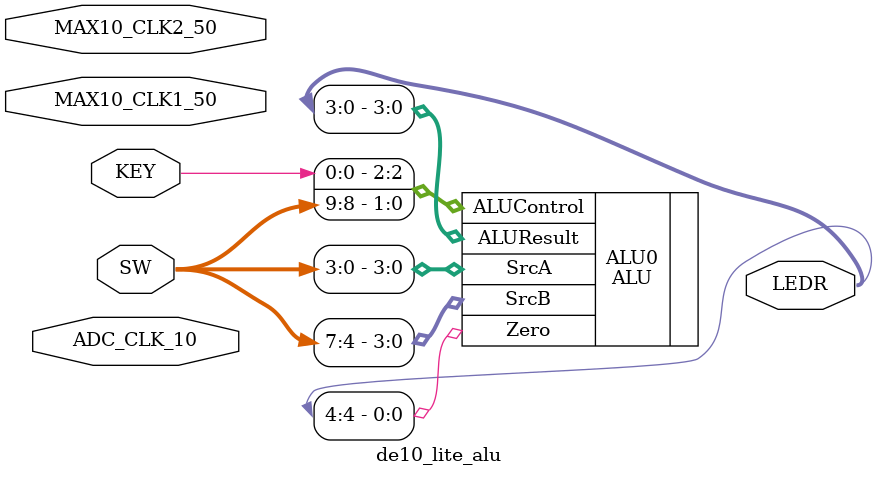
<source format=v>


module de10_lite_alu(

	//////////// CLOCK //////////
	input 		          		ADC_CLK_10,
	input 		          		MAX10_CLK1_50,
	input 		          		MAX10_CLK2_50,

	//////////// KEY //////////
	input 		     [1:0]		KEY,

	//////////// LED //////////
	output		     [9:0]		LEDR,

	//////////// SW //////////
	input 		     [9:0]		SW
);



//=======================================================
//  REG/WIRE declarations
//=======================================================




//=======================================================
//  Structural coding
//=======================================================

ALU #(
.WIDTH (4))
ALU0 ( .SrcA (SW[3:0]),
.SrcB (SW[7:4]),
.ALUControl ({KEY[0],SW[9:8]}),
.ALUResult (LEDR[3:0]),
.Zero(LEDR[4]));


endmodule

</source>
